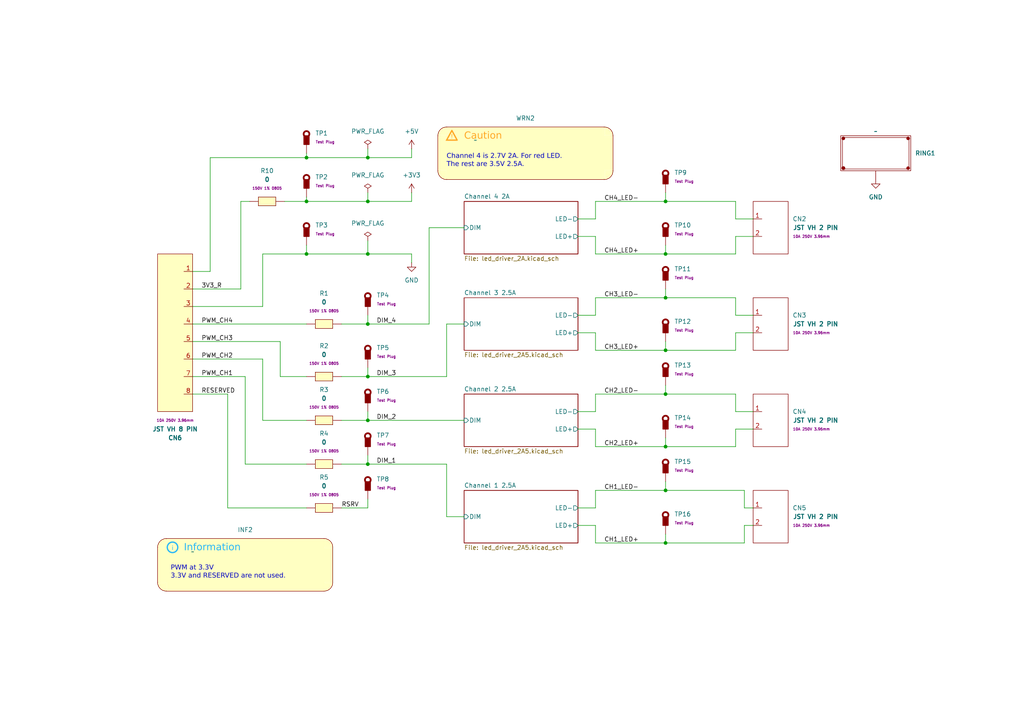
<source format=kicad_sch>
(kicad_sch (version 20231120) (generator "eeschema") (generator_version "8.0")
  (paper "A4")
  (title_block (title "AstraControl - Block Diagram") (date "2024-08-26") (rev "A") (company "LiveAstra Technologies"))
  (lib_symbols
    (symbol "LiveAstra:AstraControl_Ground_Ring" (pin_numbers hide) (pin_names hide)
      (property "Reference" "RING" (at 0 6.35 0))
      (symbol "AstraControl_Ground_Ring_0_1"
        (rectangle (start -10.16 5.08) (end 10.16 -5.08))
        (rectangle (start -9.652 4.572) (end 9.652 -4.572))
      )
      (symbol "AstraControl_Ground_Ring_1_1"
        (circle (center -9.398 -4.318) (radius 0.508) (stroke (width 0.0508)) (fill (type outline)))
        (circle (center -9.398 4.318) (radius 0.508) (stroke (width -0.0001)) (fill (type outline)))
        (circle (center 9.398 -4.318) (radius 0.508) (stroke (width -0.0001)) (fill (type outline)))
        (circle (center 9.398 4.318) (radius 0.508) (stroke (width -0.0001)) (fill (type outline)))
        (pin passive line (at 0 -7.62 90) (length 2.54) (name "2") (number "1"))
      )
    )
    (symbol "LiveAstra:Information_Box" (pin_numbers hide) (pin_names (offset 0) hide) (exclude_from_sim yes) (in_bom no) (on_board no)
      (property "Reference" "INF" (at 0 10.16 0))
      (symbol "Information_Box_1_1"
        (arc (start -25.3998 -5.0798) (mid -24.6559 -6.8759) (end -22.8598 -7.6198) (fill (type background)))
        (rectangle (start -25.4 5.08) (end 25.4 -5.08) (stroke (width -0.0001)) (fill (type background)))
        (arc (start -22.86 7.62) (mid -24.6561 6.8761) (end -25.4 5.08) (fill (type background)))
        (rectangle (start -22.86 7.62) (end 22.86 -7.62) (stroke (width -0.0001)) (fill (type background)))
        (circle (center -21.082 5.08) (radius 1.524) (stroke (width 0.381) (color 41 182 246 1)))
        (polyline (pts (xy -25.4 5.08) (xy -25.4 -5.08)))
        (polyline (pts (xy -22.86 -7.62) (xy 22.86 -7.62)))
        (polyline (pts (xy 22.86 7.62) (xy -22.86 7.62)))
        (polyline (pts (xy 25.4 -5.08) (xy 25.4 5.08)))
        (arc (start 22.86 -7.62) (mid 24.6561 -6.8761) (end 25.4 -5.08) (fill (type background)))
        (arc (start 25.4 5.08) (mid 24.6561 6.8761) (end 22.86 7.62) (fill (type background)))
        (text "i" (at -21.0726 4.8456 0) (effects (font (size 1.27 1.27))))
        (text "Information" (at -17.78 5.08 0) (effects (font (size 2.032 2.032)) (justify left)))
      )
    )
    (symbol "LiveAstra:JST_VH_2PIN_10A_250V" (pin_names hide)
      (property "Reference" "CN" (at 0 13.97 0))
      (property "Value" "JST VH 2 PIN" (at 0 11.43 0))
      (property "Extra Values" "10A 250V 3.96mm" (at 0 8.89 0))
      (symbol "JST_VH_2PIN_10A_250V_1_1"
        (rectangle (start -5.08 7.62) (end 5.08 -7.62))
        (pin passive line (at -5.08 2.54 0) (length 2.54) (name "1") (number "1"))
        (pin passive line (at -5.08 -2.54 0) (length 2.54) (name "2") (number "2"))
      )
    )
    (symbol "LiveAstra:JST_VH_8PIN_10A_250V" (pin_names hide)
      (property "Reference" "CN" (at 0 29.21 0))
      (property "Value" "JST VH 8 PIN" (at 0 26.67 0))
      (property "Extra Values" "10A 250V 3.96mm" (at 0 24.13 0))
      (symbol "JST_VH_8PIN_10A_250V_0_1"
        (rectangle (start -5.08 22.86) (end 5.08 -22.86) (fill (type background)))
      )
      (symbol "JST_VH_8PIN_10A_250V_1_1"
        (pin passive line (at -5.08 17.78 0) (length 2.54) (name "1") (number "1"))
        (pin passive line (at -5.08 12.7 0) (length 2.54) (name "2") (number "2"))
        (pin passive line (at -5.08 7.62 0) (length 2.54) (name "3") (number "3"))
        (pin passive line (at -5.08 2.54 0) (length 2.54) (name "4") (number "4"))
        (pin passive line (at -5.08 -2.54 0) (length 2.54) (name "5") (number "5"))
        (pin passive line (at -5.08 -7.62 0) (length 2.54) (name "6") (number "6"))
        (pin passive line (at -5.08 -12.7 0) (length 2.54) (name "7") (number "7"))
        (pin passive line (at -5.08 -17.78 0) (length 2.54) (name "8") (number "8"))
      )
    )
    (symbol "LiveAstra:R_0Ohm_0805_125mW" (pin_numbers hide) (pin_names hide)
      (property "Reference" "R" (at 0 7.62 0))
      (property "Value" "0" (at 0 5.08 0))
      (property "Extra Values" "150V 1% 0805" (at 0 2.54 0))
      (symbol "R_0Ohm_0805_125mW_0_1"
        (rectangle (start -2.54 1.27) (end 2.54 -1.27) (fill (type background)))
      )
      (symbol "R_0Ohm_0805_125mW_1_1"
        (pin passive line (at -5.08 0 0) (length 2.54) (name "1") (number "1"))
        (pin passive line (at 5.08 0 180) (length 2.54) (name "2") (number "2"))
      )
    )
    (symbol "LiveAstra:TestPoint_Thimble" (pin_numbers hide) (pin_names hide) (in_bom no)
      (property "Reference" "TP" (at 0 9.5043 0))
      (property "Extra Values" "Test Plug" (at 0 7.62 0))
      (symbol "TestPoint_Thimble_1_1"
        (rectangle (start -0.762 5.08) (end 0.762 2.54) (stroke (width 0.254)) (fill (type outline)))
        (arc (start 0.508 4.9323) (mid 0 6.4175) (end -0.508 4.9323) (stroke (width 0.508)))
        (pin passive line (at 0 0 90) (length 2.54) (name "1") (number "1"))
      )
    )
    (symbol "LiveAstra:Warning_Box" (pin_numbers hide) (pin_names (offset 0) hide) (exclude_from_sim yes) (in_bom no) (on_board no)
      (property "Reference" "WRN" (at 0 10.16 0))
      (symbol "Warning_Box_1_1"
        (arc (start -25.3998 -5.0798) (mid -24.6559 -6.8759) (end -22.8598 -7.6198) (fill (type background)))
        (rectangle (start -25.4 5.08) (end 25.4 -5.08) (stroke (width -0.0001)) (fill (type background)))
        (arc (start -22.86 7.62) (mid -24.6561 6.8761) (end -25.4 5.08) (fill (type background)))
        (rectangle (start -22.86 7.62) (end 22.86 -7.62) (stroke (width -0.0001)) (fill (type background)))
        (polyline (pts (xy -25.4 5.08) (xy -25.4 -5.08)))
        (polyline (pts (xy -22.86 -7.62) (xy 22.86 -7.62)))
        (polyline (pts (xy 22.86 7.62) (xy -22.86 7.62)))
        (polyline (pts (xy 25.4 -5.08) (xy 25.4 5.08)))
        (polyline (pts (xy -22.86 3.81) (xy -21.336 6.604) (xy -19.812 3.81) (xy -22.86 3.81)) (stroke (width 0.381) (color 255 167 38 1)))
        (arc (start 22.86 -7.62) (mid 24.6561 -6.8761) (end 25.4 -5.08) (fill (type background)))
        (arc (start 25.4 5.08) (mid 24.6561 6.8761) (end 22.86 7.62) (fill (type background)))
        (text "!" (at -21.336 4.826 0) (effects (font (size 1.27 1.27))))
        (text "Caution" (at -17.78 5.08 0) (effects (font (size 2.032 2.032)) (justify left)))
      )
    )
    (symbol "power:+3V3" (power) (pin_numbers hide) (pin_names (offset 0) hide)
      (property "Value" "+3V3" (at 0 3.556 0))
      (symbol "+3V3_0_1"
        (polyline (pts (xy -0.762 1.27) (xy 0 2.54)))
        (polyline (pts (xy 0 0) (xy 0 2.54)))
        (polyline (pts (xy 0 2.54) (xy 0.762 1.27)))
      )
      (symbol "+3V3_1_1"
        (pin power_in line (at 0 0 90) (length 0) (name "~") (number "1"))
      )
    )
    (symbol "power:+5V" (power) (pin_numbers hide) (pin_names (offset 0) hide)
      (property "Value" "+5V" (at 0 3.556 0))
      (symbol "+5V_0_1"
        (polyline (pts (xy -0.762 1.27) (xy 0 2.54)))
        (polyline (pts (xy 0 0) (xy 0 2.54)))
        (polyline (pts (xy 0 2.54) (xy 0.762 1.27)))
      )
      (symbol "+5V_1_1"
        (pin power_in line (at 0 0 90) (length 0) (name "~") (number "1"))
      )
    )
    (symbol "power:GND" (power) (pin_numbers hide) (pin_names (offset 0) hide)
      (property "Value" "GND" (at 0 -3.81 0))
      (symbol "GND_0_1"
        (polyline (pts (xy 0 0) (xy 0 -1.27) (xy 1.27 -1.27) (xy 0 -2.54) (xy -1.27 -1.27) (xy 0 -1.27)))
      )
      (symbol "GND_1_1"
        (pin power_in line (at 0 0 270) (length 0) (name "~") (number "1"))
      )
    )
    (symbol "power:PWR_FLAG" (power) (pin_numbers hide) (pin_names (offset 0) hide)
      (property "Value" "PWR_FLAG" (at 0 3.81 0))
      (symbol "PWR_FLAG_0_0"
        (pin power_out line (at 0 0 90) (length 0) (name "~") (number "1"))
      )
      (symbol "PWR_FLAG_0_1"
        (polyline (pts (xy 0 0) (xy 0 1.27) (xy -1.016 1.905) (xy 0 2.54) (xy 1.016 1.905) (xy 0 1.27)))
      )
    )
  )
  (junction (at 88.9 45.72))
  (junction (at 106.68 109.22))
  (junction (at 88.9 73.66))
  (junction (at 106.68 134.62))
  (junction (at 106.68 93.98))
  (junction (at 106.68 45.72))
  (junction (at 193.04 157.48))
  (junction (at 193.04 114.3))
  (junction (at 193.04 58.42))
  (junction (at 193.04 129.54))
  (junction (at 106.68 73.66))
  (junction (at 88.9 58.42))
  (junction (at 106.68 58.42))
  (junction (at 193.04 101.6))
  (junction (at 193.04 142.24))
  (junction (at 193.04 73.66))
  (junction (at 106.68 121.92))
  (junction (at 193.04 86.36))
  (wire (pts (xy 106.68 93.98) (xy 124.46 93.98)))
  (wire (pts (xy 66.04 114.3) (xy 66.04 147.32)))
  (wire (pts (xy 172.72 142.24) (xy 172.72 147.32)))
  (wire (pts (xy 124.46 66.04) (xy 124.46 93.98)))
  (wire (pts (xy 215.9 152.4) (xy 215.9 157.48)))
  (wire (pts (xy 193.04 157.48) (xy 215.9 157.48)))
  (wire (pts (xy 55.88 114.3) (xy 66.04 114.3)))
  (wire (pts (xy 172.72 114.3) (xy 172.72 119.38)))
  (wire (pts (xy 215.9 142.24) (xy 215.9 147.32)))
  (wire (pts (xy 76.2 104.14) (xy 76.2 121.92)))
  (wire (pts (xy 213.36 96.52) (xy 218.44 96.52)))
  (wire (pts (xy 124.46 66.04) (xy 134.62 66.04)))
  (wire (pts (xy 55.88 99.06) (xy 81.28 99.06)))
  (wire (pts (xy 193.04 111.76) (xy 193.04 114.3)))
  (wire (pts (xy 167.64 119.38) (xy 172.72 119.38)))
  (wire (pts (xy 88.9 44.45) (xy 88.9 45.72)))
  (wire (pts (xy 213.36 101.6) (xy 213.36 96.52)))
  (wire (pts (xy 213.36 86.36) (xy 213.36 91.44)))
  (wire (pts (xy 106.68 45.72) (xy 106.68 43.18)))
  (wire (pts (xy 172.72 124.46) (xy 172.72 129.54)))
  (wire (pts (xy 106.68 119.38) (xy 106.68 121.92)))
  (wire (pts (xy 82.55 58.42) (xy 88.9 58.42)))
  (wire (pts (xy 172.72 86.36) (xy 193.04 86.36)))
  (wire (pts (xy 119.38 45.72) (xy 119.38 43.18)))
  (wire (pts (xy 129.54 93.98) (xy 134.62 93.98)))
  (wire (pts (xy 215.9 147.32) (xy 218.44 147.32)))
  (wire (pts (xy 193.04 139.7) (xy 193.04 142.24)))
  (wire (pts (xy 55.88 93.98) (xy 88.9 93.98)))
  (wire (pts (xy 106.68 134.62) (xy 129.54 134.62)))
  (wire (pts (xy 106.68 55.88) (xy 106.68 58.42)))
  (wire (pts (xy 99.06 109.22) (xy 106.68 109.22)))
  (wire (pts (xy 60.96 45.72) (xy 60.96 78.74)))
  (wire (pts (xy 119.38 73.66) (xy 119.38 76.2)))
  (wire (pts (xy 167.64 124.46) (xy 172.72 124.46)))
  (wire (pts (xy 213.36 68.58) (xy 218.44 68.58)))
  (wire (pts (xy 55.88 88.9) (xy 76.2 88.9)))
  (wire (pts (xy 172.72 101.6) (xy 193.04 101.6)))
  (wire (pts (xy 55.88 104.14) (xy 76.2 104.14)))
  (wire (pts (xy 106.68 144.78) (xy 106.68 147.32)))
  (wire (pts (xy 106.68 73.66) (xy 119.38 73.66)))
  (wire (pts (xy 193.04 71.12) (xy 193.04 73.66)))
  (wire (pts (xy 172.72 68.58) (xy 172.72 73.66)))
  (wire (pts (xy 81.28 99.06) (xy 81.28 109.22)))
  (wire (pts (xy 106.68 45.72) (xy 119.38 45.72)))
  (wire (pts (xy 167.64 63.5) (xy 172.72 63.5)))
  (wire (pts (xy 119.38 58.42) (xy 119.38 55.88)))
  (wire (pts (xy 99.06 134.62) (xy 106.68 134.62)))
  (wire (pts (xy 129.54 134.62) (xy 129.54 149.86)))
  (wire (pts (xy 129.54 149.86) (xy 134.62 149.86)))
  (wire (pts (xy 106.68 106.68) (xy 106.68 109.22)))
  (wire (pts (xy 193.04 129.54) (xy 213.36 129.54)))
  (wire (pts (xy 167.64 147.32) (xy 172.72 147.32)))
  (wire (pts (xy 69.85 58.42) (xy 72.39 58.42)))
  (wire (pts (xy 55.88 78.74) (xy 60.96 78.74)))
  (wire (pts (xy 167.64 152.4) (xy 172.72 152.4)))
  (wire (pts (xy 213.36 114.3) (xy 213.36 119.38)))
  (wire (pts (xy 88.9 45.72) (xy 106.68 45.72)))
  (wire (pts (xy 167.64 91.44) (xy 172.72 91.44)))
  (wire (pts (xy 167.64 68.58) (xy 172.72 68.58)))
  (wire (pts (xy 88.9 58.42) (xy 106.68 58.42)))
  (wire (pts (xy 106.68 109.22) (xy 129.54 109.22)))
  (wire (pts (xy 172.72 96.52) (xy 172.72 101.6)))
  (wire (pts (xy 172.72 114.3) (xy 193.04 114.3)))
  (wire (pts (xy 69.85 58.42) (xy 69.85 83.82)))
  (wire (pts (xy 106.68 69.85) (xy 106.68 73.66)))
  (wire (pts (xy 193.04 58.42) (xy 213.36 58.42)))
  (wire (pts (xy 193.04 73.66) (xy 213.36 73.66)))
  (wire (pts (xy 172.72 129.54) (xy 193.04 129.54)))
  (wire (pts (xy 193.04 83.82) (xy 193.04 86.36)))
  (wire (pts (xy 172.72 142.24) (xy 193.04 142.24)))
  (wire (pts (xy 106.68 132.08) (xy 106.68 134.62)))
  (wire (pts (xy 66.04 147.32) (xy 88.9 147.32)))
  (wire (pts (xy 99.06 93.98) (xy 106.68 93.98)))
  (wire (pts (xy 213.36 124.46) (xy 213.36 129.54)))
  (wire (pts (xy 76.2 121.92) (xy 88.9 121.92)))
  (wire (pts (xy 172.72 58.42) (xy 172.72 63.5)))
  (wire (pts (xy 193.04 99.06) (xy 193.04 101.6)))
  (wire (pts (xy 88.9 73.66) (xy 106.68 73.66)))
  (wire (pts (xy 193.04 55.88) (xy 193.04 58.42)))
  (wire (pts (xy 99.06 147.32) (xy 106.68 147.32)))
  (wire (pts (xy 99.06 121.92) (xy 106.68 121.92)))
  (wire (pts (xy 172.72 86.36) (xy 172.72 91.44)))
  (wire (pts (xy 172.72 73.66) (xy 193.04 73.66)))
  (wire (pts (xy 193.04 154.94) (xy 193.04 157.48)))
  (wire (pts (xy 172.72 157.48) (xy 193.04 157.48)))
  (wire (pts (xy 215.9 152.4) (xy 218.44 152.4)))
  (wire (pts (xy 172.72 152.4) (xy 172.72 157.48)))
  (wire (pts (xy 55.88 109.22) (xy 71.12 109.22)))
  (wire (pts (xy 193.04 86.36) (xy 213.36 86.36)))
  (wire (pts (xy 213.36 58.42) (xy 213.36 63.5)))
  (wire (pts (xy 60.96 45.72) (xy 88.9 45.72)))
  (wire (pts (xy 213.36 119.38) (xy 218.44 119.38)))
  (wire (pts (xy 55.88 83.82) (xy 69.85 83.82)))
  (wire (pts (xy 81.28 109.22) (xy 88.9 109.22)))
  (wire (pts (xy 213.36 63.5) (xy 218.44 63.5)))
  (wire (pts (xy 106.68 121.92) (xy 134.62 121.92)))
  (wire (pts (xy 167.64 96.52) (xy 172.72 96.52)))
  (wire (pts (xy 172.72 58.42) (xy 193.04 58.42)))
  (wire (pts (xy 193.04 101.6) (xy 213.36 101.6)))
  (wire (pts (xy 88.9 57.15) (xy 88.9 58.42)))
  (wire (pts (xy 88.9 71.12) (xy 88.9 73.66)))
  (wire (pts (xy 193.04 142.24) (xy 215.9 142.24)))
  (wire (pts (xy 193.04 114.3) (xy 213.36 114.3)))
  (wire (pts (xy 76.2 73.66) (xy 88.9 73.66)))
  (wire (pts (xy 71.12 134.62) (xy 88.9 134.62)))
  (wire (pts (xy 213.36 68.58) (xy 213.36 73.66)))
  (wire (pts (xy 106.68 58.42) (xy 119.38 58.42)))
  (wire (pts (xy 193.04 127) (xy 193.04 129.54)))
  (wire (pts (xy 213.36 124.46) (xy 218.44 124.46)))
  (wire (pts (xy 76.2 73.66) (xy 76.2 88.9)))
  (wire (pts (xy 213.36 91.44) (xy 218.44 91.44)))
  (wire (pts (xy 129.54 93.98) (xy 129.54 109.22)))
  (wire (pts (xy 71.12 109.22) (xy 71.12 134.62)))
  (wire (pts (xy 106.68 91.44) (xy 106.68 93.98)))
  (text "Channel 4 is 2.7V 2A. For red LED.\nThe rest are 3.5V 2.5A." (at 129.54 46.99 0) (effects (font (size 1.397 1.397)) (justify left)))
  (text "PWM at 3.3V\n3.3V and RESERVED are not used." (at 49.53 166.37 0) (effects (font (size 1.397 1.397)) (justify left)))
  (label "CH3_LED+" (at 175.26 101.6 0))
  (label "3V3_R" (at 58.42 83.82 0))
  (label "RSRV" (at 99.06 147.32 0))
  (label "DIM_2" (at 109.22 121.92 0))
  (label "RESERVED" (at 58.42 114.3 0))
  (label "DIM_4" (at 109.22 93.98 0))
  (label "CH4_LED+" (at 175.26 73.66 0))
  (label "PWM_CH4" (at 58.42 93.98 0))
  (label "CH1_LED-" (at 175.26 142.24 0))
  (label "DIM_1" (at 109.22 134.62 0))
  (label "CH1_LED+" (at 175.26 157.48 0))
  (label "CH3_LED-" (at 175.26 86.36 0))
  (label "DIM_3" (at 109.22 109.22 0))
  (label "PWM_CH2" (at 58.42 104.14 0))
  (label "CH4_LED-" (at 175.26 58.42 0))
  (label "PWM_CH1" (at 58.42 109.22 0))
  (label "CH2_LED-" (at 175.26 114.3 0))
  (label "PWM_CH3" (at 58.42 99.06 0))
  (label "CH2_LED+" (at 175.26 129.54 0))
  (symbol (lib_id "LiveAstra:TestPoint_Thimble") (at 193.04 99.06 0) (unit 1) (in_bom no)
    (property "Reference" "TP12" (at 195.58 93.2476 0) (effects (justify left)))
    (property "Value" "TestPoint_Thimble" (effects (hide yes)))
    (property "Footprint" "LiveAstra:TestPoint_Loop_D3.50mm_Drill0.9mm_Beaded" (effects (hide yes)))
    (property "Datasheet" "https://www.lcsc.com/product-detail/Thimble-Copper-Rod-Test-Ring_ronghe-RH-5000_C5277086.html" (effects (hide yes)))
    (property "Description" "Test Points / Test Rings ROHS" (effects (hide yes)))
    (property "LCSC Part" "C5277086" (effects (hide yes)))
    (property "Extra Values" "Test Plug" (at 195.58 95.7876 0) (effects (font (size 0.762 0.762) (bold yes)) (justify left)))
    (property "MFN" "ronghe" (effects (hide yes)))
    (property "MPN" "RH-5000" (effects (hide yes)))
  )
  (symbol (lib_id "LiveAstra:TestPoint_Thimble") (at 193.04 127 0) (unit 1) (in_bom no)
    (property "Reference" "TP14" (at 195.58 121.1876 0) (effects (justify left)))
    (property "Value" "TestPoint_Thimble" (effects (hide yes)))
    (property "Footprint" "LiveAstra:TestPoint_Loop_D3.50mm_Drill0.9mm_Beaded" (effects (hide yes)))
    (property "Datasheet" "https://www.lcsc.com/product-detail/Thimble-Copper-Rod-Test-Ring_ronghe-RH-5000_C5277086.html" (effects (hide yes)))
    (property "Description" "Test Points / Test Rings ROHS" (effects (hide yes)))
    (property "LCSC Part" "C5277086" (effects (hide yes)))
    (property "Extra Values" "Test Plug" (at 195.58 123.7276 0) (effects (font (size 0.762 0.762) (bold yes)) (justify left)))
    (property "MFN" "ronghe" (effects (hide yes)))
    (property "MPN" "RH-5000" (effects (hide yes)))
  )
  (symbol (lib_id "LiveAstra:Warning_Box") (at 152.4 44.45 0) (unit 1) (exclude_from_sim yes) (in_bom no) (on_board no)
    (property "Reference" "WRN2" (at 152.4 34.29 0))
    (property "Value" "~" (at 137.922 40.64 0))
  )
  (symbol (lib_id "LiveAstra:JST_VH_2PIN_10A_250V") (at 223.52 149.86 0) (unit 1)
    (property "Reference" "CN5" (at 229.87 147.3199 0) (effects (justify left)))
    (property "Value" "JST VH 2 PIN" (at 229.87 149.86 0) (effects (font (bold yes)) (justify left)))
    (property "Footprint" "LiveAstra:JST_VH_B2P-VH-B_1x02_P3.96mm_Vertical" (effects (hide yes)))
    (property "Datasheet" "https://www.lcsc.com/product-detail/Wire-To-Board-Connector_JST-B2P-VH-R-LF-SN_C265357.html" (effects (hide yes)))
    (property "Description" "1x2P 2P VH Tin 2 -25℃~+85℃ 10A 1 3.96mm Brass Direct Insert Plugin,P=3.96mm Wire To Board Connector ROHS" (effects (hide yes)))
    (property "LCSC Part" "C265357" (effects (hide yes)))
    (property "Extra Values" "10A 250V 3.96mm" (at 229.87 152.3999 0) (effects (font (size 0.762 0.762) (bold yes)) (justify left)))
    (property "MPN" "B2P-VH-R(LF)(SN)" (effects (hide yes)))
    (property "MFN" "JST" (effects (hide yes)))
  )
  (symbol (lib_id "power:GND") (at 254 52.07 0) (unit 1)
    (property "Reference" "#PWR040" (effects (hide yes)))
    (property "Value" "GND" (at 254 57.15 0))
    (property "Description" "Power symbol creates a global label with name \"GND\" , ground" (effects (hide yes)))
  )
  (symbol (lib_id "LiveAstra:JST_VH_2PIN_10A_250V") (at 223.52 66.04 0) (unit 1)
    (property "Reference" "CN2" (at 229.87 63.4999 0) (effects (justify left)))
    (property "Value" "JST VH 2 PIN" (at 229.87 66.04 0) (effects (font (bold yes)) (justify left)))
    (property "Footprint" "LiveAstra:JST_VH_B2P-VH-B_1x02_P3.96mm_Vertical" (effects (hide yes)))
    (property "Datasheet" "https://www.lcsc.com/product-detail/Wire-To-Board-Connector_JST-B2P-VH-R-LF-SN_C265357.html" (effects (hide yes)))
    (property "Description" "1x2P 2P VH Tin 2 -25℃~+85℃ 10A 1 3.96mm Brass Direct Insert Plugin,P=3.96mm Wire To Board Connector ROHS" (effects (hide yes)))
    (property "LCSC Part" "C265357" (effects (hide yes)))
    (property "Extra Values" "10A 250V 3.96mm" (at 229.87 68.5799 0) (effects (font (size 0.762 0.762) (bold yes)) (justify left)))
    (property "MPN" "B2P-VH-R(LF)(SN)" (effects (hide yes)))
    (property "MFN" "JST" (effects (hide yes)))
  )
  (symbol (lib_id "LiveAstra:TestPoint_Thimble") (at 88.9 71.12 0) (unit 1) (in_bom no)
    (property "Reference" "TP3" (at 91.44 65.3076 0) (effects (justify left)))
    (property "Value" "TestPoint_Thimble" (effects (hide yes)))
    (property "Footprint" "LiveAstra:TestPoint_Loop_D3.50mm_Drill0.9mm_Beaded" (effects (hide yes)))
    (property "Datasheet" "https://www.lcsc.com/product-detail/Thimble-Copper-Rod-Test-Ring_ronghe-RH-5000_C5277086.html" (effects (hide yes)))
    (property "Description" "Test Points / Test Rings ROHS" (effects (hide yes)))
    (property "LCSC Part" "C5277086" (effects (hide yes)))
    (property "Extra Values" "Test Plug" (at 91.44 67.8476 0) (effects (font (size 0.762 0.762) (bold yes)) (justify left)))
    (property "MFN" "ronghe" (effects (hide yes)))
    (property "MPN" "RH-5000" (effects (hide yes)))
  )
  (symbol (lib_id "LiveAstra:TestPoint_Thimble") (at 106.68 91.44 0) (unit 1) (in_bom no)
    (property "Reference" "TP4" (at 109.22 85.6276 0) (effects (justify left)))
    (property "Value" "TestPoint_Thimble" (effects (hide yes)))
    (property "Footprint" "LiveAstra:TestPoint_Loop_D3.50mm_Drill0.9mm_Beaded" (effects (hide yes)))
    (property "Datasheet" "https://www.lcsc.com/product-detail/Thimble-Copper-Rod-Test-Ring_ronghe-RH-5000_C5277086.html" (effects (hide yes)))
    (property "Description" "Test Points / Test Rings ROHS" (effects (hide yes)))
    (property "LCSC Part" "C5277086" (effects (hide yes)))
    (property "Extra Values" "Test Plug" (at 109.22 88.1676 0) (effects (font (size 0.762 0.762) (bold yes)) (justify left)))
    (property "MFN" "ronghe" (effects (hide yes)))
    (property "MPN" "RH-5000" (effects (hide yes)))
  )
  (symbol (lib_id "power:+5V") (at 119.38 43.18 0) (unit 1)
    (property "Reference" "#PWR01" (effects (hide yes)))
    (property "Value" "+5V" (at 119.38 38.1 0))
    (property "Description" "Power symbol creates a global label with name \"+5V\"" (effects (hide yes)))
  )
  (symbol (lib_id "power:+3V3") (at 119.38 55.88 0) (unit 1)
    (property "Reference" "#PWR02" (effects (hide yes)))
    (property "Value" "+3V3" (at 119.38 50.8 0))
    (property "Description" "Power symbol creates a global label with name \"+3V3\"" (effects (hide yes)))
  )
  (symbol (lib_id "LiveAstra:TestPoint_Thimble") (at 193.04 154.94 0) (unit 1) (in_bom no)
    (property "Reference" "TP16" (at 195.58 149.1276 0) (effects (justify left)))
    (property "Value" "TestPoint_Thimble" (effects (hide yes)))
    (property "Footprint" "LiveAstra:TestPoint_Loop_D3.50mm_Drill0.9mm_Beaded" (effects (hide yes)))
    (property "Datasheet" "https://www.lcsc.com/product-detail/Thimble-Copper-Rod-Test-Ring_ronghe-RH-5000_C5277086.html" (effects (hide yes)))
    (property "Description" "Test Points / Test Rings ROHS" (effects (hide yes)))
    (property "LCSC Part" "C5277086" (effects (hide yes)))
    (property "Extra Values" "Test Plug" (at 195.58 151.6676 0) (effects (font (size 0.762 0.762) (bold yes)) (justify left)))
    (property "MFN" "ronghe" (effects (hide yes)))
    (property "MPN" "RH-5000" (effects (hide yes)))
  )
  (symbol (lib_id "power:PWR_FLAG") (at 106.68 43.18 0) (unit 1)
    (property "Reference" "#FLG01" (effects (hide yes)))
    (property "Value" "PWR_FLAG" (at 106.68 38.1 0))
    (property "Description" "Special symbol for telling ERC where power comes from" (effects (hide yes)))
  )
  (symbol (lib_id "LiveAstra:R_0Ohm_0805_125mW") (at 77.47 58.42 0) (unit 1)
    (property "Reference" "R10" (at 77.47 49.53 0))
    (property "Value" "0" (at 77.47 52.07 0) (effects (font (bold yes))))
    (property "Footprint" "LiveAstra:R_0805_2012Metric_Pad1.20x1.40mm_HandSolder" (effects (hide yes)))
    (property "Datasheet" "https://lcsc.com/product-detail/Chip-Resistor-Surface-Mount-UniOhm_0R-0R0-1_C17477.html" (effects (hide yes)))
    (property "Description" "125mW Thick Film Resistors 150V ±800ppm/℃ ±1% 0Ω 0805 Chip Resistor - Surface Mount ROHS" (effects (hide yes)))
    (property "LCSC Part" "C17477" (effects (hide yes)))
    (property "Extra Values" "150V 1% 0805" (at 77.47 54.61 0) (effects (font (size 0.762 0.762) (bold yes))))
    (property "MFN" "UNI-ROYAL(Uniroyal Elec)" (effects (hide yes)))
    (property "MPN" "0805W8F0000T5E" (effects (hide yes)))
  )
  (symbol (lib_id "LiveAstra:TestPoint_Thimble") (at 106.68 132.08 0) (unit 1) (in_bom no)
    (property "Reference" "TP7" (at 109.22 126.2676 0) (effects (justify left)))
    (property "Value" "TestPoint_Thimble" (effects (hide yes)))
    (property "Footprint" "LiveAstra:TestPoint_Loop_D3.50mm_Drill0.9mm_Beaded" (effects (hide yes)))
    (property "Datasheet" "https://www.lcsc.com/product-detail/Thimble-Copper-Rod-Test-Ring_ronghe-RH-5000_C5277086.html" (effects (hide yes)))
    (property "Description" "Test Points / Test Rings ROHS" (effects (hide yes)))
    (property "LCSC Part" "C5277086" (effects (hide yes)))
    (property "Extra Values" "Test Plug" (at 109.22 128.8076 0) (effects (font (size 0.762 0.762) (bold yes)) (justify left)))
    (property "MFN" "ronghe" (effects (hide yes)))
    (property "MPN" "RH-5000" (effects (hide yes)))
  )
  (symbol (lib_id "power:GND") (at 119.38 76.2 0) (unit 1)
    (property "Reference" "#PWR03" (effects (hide yes)))
    (property "Value" "GND" (at 119.38 81.28 0))
    (property "Description" "Power symbol creates a global label with name \"GND\" , ground" (effects (hide yes)))
  )
  (symbol (lib_id "LiveAstra:Information_Box") (at 71.12 163.83 0) (unit 1) (exclude_from_sim yes) (in_bom no) (on_board no)
    (property "Reference" "INF2" (at 71.12 153.67 0))
    (property "Value" "~" (at 55.88 160.02 0))
  )
  (symbol (lib_id "LiveAstra:TestPoint_Thimble") (at 193.04 55.88 0) (unit 1) (in_bom no)
    (property "Reference" "TP9" (at 195.58 50.0676 0) (effects (justify left)))
    (property "Value" "TestPoint_Thimble" (effects (hide yes)))
    (property "Footprint" "LiveAstra:TestPoint_Loop_D3.50mm_Drill0.9mm_Beaded" (effects (hide yes)))
    (property "Datasheet" "https://www.lcsc.com/product-detail/Thimble-Copper-Rod-Test-Ring_ronghe-RH-5000_C5277086.html" (effects (hide yes)))
    (property "Description" "Test Points / Test Rings ROHS" (effects (hide yes)))
    (property "LCSC Part" "C5277086" (effects (hide yes)))
    (property "Extra Values" "Test Plug" (at 195.58 52.6076 0) (effects (font (size 0.762 0.762) (bold yes)) (justify left)))
    (property "MFN" "ronghe" (effects (hide yes)))
    (property "MPN" "RH-5000" (effects (hide yes)))
  )
  (symbol (lib_id "LiveAstra:R_0Ohm_0805_125mW") (at 93.98 93.98 0) (unit 1)
    (property "Reference" "R1" (at 93.98 85.09 0))
    (property "Value" "0" (at 93.98 87.63 0) (effects (font (bold yes))))
    (property "Footprint" "LiveAstra:R_0805_2012Metric_Pad1.20x1.40mm_HandSolder" (effects (hide yes)))
    (property "Datasheet" "https://lcsc.com/product-detail/Chip-Resistor-Surface-Mount-UniOhm_0R-0R0-1_C17477.html" (effects (hide yes)))
    (property "Description" "125mW Thick Film Resistors 150V ±800ppm/℃ ±1% 0Ω 0805 Chip Resistor - Surface Mount ROHS" (effects (hide yes)))
    (property "LCSC Part" "C17477" (effects (hide yes)))
    (property "Extra Values" "150V 1% 0805" (at 93.98 90.17 0) (effects (font (size 0.762 0.762) (bold yes))))
    (property "MFN" "UNI-ROYAL(Uniroyal Elec)" (effects (hide yes)))
    (property "MPN" "0805W8F0000T5E" (effects (hide yes)))
  )
  (symbol (lib_id "LiveAstra:AstraControl_Ground_Ring") (at 254 44.45 0) (unit 1)
    (property "Reference" "RING1" (at 265.43 44.4499 0) (effects (justify left)))
    (property "Value" "~" (at 254 38.1 0))
    (property "Footprint" "LiveAstra:AstraControl_Ground_Ring" (effects (hide yes)))
  )
  (symbol (lib_id "power:PWR_FLAG") (at 106.68 69.85 0) (unit 1)
    (property "Reference" "#FLG03" (effects (hide yes)))
    (property "Value" "PWR_FLAG" (at 106.68 64.77 0))
    (property "Description" "Special symbol for telling ERC where power comes from" (effects (hide yes)))
  )
  (symbol (lib_id "power:PWR_FLAG") (at 106.68 55.88 0) (unit 1)
    (property "Reference" "#FLG02" (effects (hide yes)))
    (property "Value" "PWR_FLAG" (at 106.68 50.8 0))
    (property "Description" "Special symbol for telling ERC where power comes from" (effects (hide yes)))
  )
  (symbol (lib_id "LiveAstra:TestPoint_Thimble") (at 193.04 71.12 0) (unit 1) (in_bom no)
    (property "Reference" "TP10" (at 195.58 65.3076 0) (effects (justify left)))
    (property "Value" "TestPoint_Thimble" (effects (hide yes)))
    (property "Footprint" "LiveAstra:TestPoint_Loop_D3.50mm_Drill0.9mm_Beaded" (effects (hide yes)))
    (property "Datasheet" "https://www.lcsc.com/product-detail/Thimble-Copper-Rod-Test-Ring_ronghe-RH-5000_C5277086.html" (effects (hide yes)))
    (property "Description" "Test Points / Test Rings ROHS" (effects (hide yes)))
    (property "LCSC Part" "C5277086" (effects (hide yes)))
    (property "Extra Values" "Test Plug" (at 195.58 67.8476 0) (effects (font (size 0.762 0.762) (bold yes)) (justify left)))
    (property "MFN" "ronghe" (effects (hide yes)))
    (property "MPN" "RH-5000" (effects (hide yes)))
  )
  (symbol (lib_id "LiveAstra:JST_VH_2PIN_10A_250V") (at 223.52 93.98 0) (unit 1)
    (property "Reference" "CN3" (at 229.87 91.4399 0) (effects (justify left)))
    (property "Value" "JST VH 2 PIN" (at 229.87 93.98 0) (effects (font (bold yes)) (justify left)))
    (property "Footprint" "LiveAstra:JST_VH_B2P-VH-B_1x02_P3.96mm_Vertical" (effects (hide yes)))
    (property "Datasheet" "https://www.lcsc.com/product-detail/Wire-To-Board-Connector_JST-B2P-VH-R-LF-SN_C265357.html" (effects (hide yes)))
    (property "Description" "1x2P 2P VH Tin 2 -25℃~+85℃ 10A 1 3.96mm Brass Direct Insert Plugin,P=3.96mm Wire To Board Connector ROHS" (effects (hide yes)))
    (property "LCSC Part" "C265357" (effects (hide yes)))
    (property "Extra Values" "10A 250V 3.96mm" (at 229.87 96.5199 0) (effects (font (size 0.762 0.762) (bold yes)) (justify left)))
    (property "MPN" "B2P-VH-R(LF)(SN)" (effects (hide yes)))
    (property "MFN" "JST" (effects (hide yes)))
  )
  (symbol (lib_id "LiveAstra:R_0Ohm_0805_125mW") (at 93.98 134.62 0) (unit 1)
    (property "Reference" "R4" (at 93.98 125.73 0))
    (property "Value" "0" (at 93.98 128.27 0) (effects (font (bold yes))))
    (property "Footprint" "LiveAstra:R_0805_2012Metric_Pad1.20x1.40mm_HandSolder" (effects (hide yes)))
    (property "Datasheet" "https://lcsc.com/product-detail/Chip-Resistor-Surface-Mount-UniOhm_0R-0R0-1_C17477.html" (effects (hide yes)))
    (property "Description" "125mW Thick Film Resistors 150V ±800ppm/℃ ±1% 0Ω 0805 Chip Resistor - Surface Mount ROHS" (effects (hide yes)))
    (property "LCSC Part" "C17477" (effects (hide yes)))
    (property "Extra Values" "150V 1% 0805" (at 93.98 130.81 0) (effects (font (size 0.762 0.762) (bold yes))))
    (property "MFN" "UNI-ROYAL(Uniroyal Elec)" (effects (hide yes)))
    (property "MPN" "0805W8F0000T5E" (effects (hide yes)))
  )
  (symbol (lib_id "LiveAstra:TestPoint_Thimble") (at 88.9 57.15 0) (unit 1) (in_bom no)
    (property "Reference" "TP2" (at 91.44 51.3376 0) (effects (justify left)))
    (property "Value" "TestPoint_Thimble" (effects (hide yes)))
    (property "Footprint" "LiveAstra:TestPoint_Loop_D3.50mm_Drill0.9mm_Beaded" (effects (hide yes)))
    (property "Datasheet" "https://www.lcsc.com/product-detail/Thimble-Copper-Rod-Test-Ring_ronghe-RH-5000_C5277086.html" (effects (hide yes)))
    (property "Description" "Test Points / Test Rings ROHS" (effects (hide yes)))
    (property "LCSC Part" "C5277086" (effects (hide yes)))
    (property "Extra Values" "Test Plug" (at 91.44 53.8776 0) (effects (font (size 0.762 0.762) (bold yes)) (justify left)))
    (property "MFN" "ronghe" (effects (hide yes)))
    (property "MPN" "RH-5000" (effects (hide yes)))
  )
  (symbol (lib_id "LiveAstra:R_0Ohm_0805_125mW") (at 93.98 109.22 0) (unit 1)
    (property "Reference" "R2" (at 93.98 100.33 0))
    (property "Value" "0" (at 93.98 102.87 0) (effects (font (bold yes))))
    (property "Footprint" "LiveAstra:R_0805_2012Metric_Pad1.20x1.40mm_HandSolder" (effects (hide yes)))
    (property "Datasheet" "https://lcsc.com/product-detail/Chip-Resistor-Surface-Mount-UniOhm_0R-0R0-1_C17477.html" (effects (hide yes)))
    (property "Description" "125mW Thick Film Resistors 150V ±800ppm/℃ ±1% 0Ω 0805 Chip Resistor - Surface Mount ROHS" (effects (hide yes)))
    (property "LCSC Part" "C17477" (effects (hide yes)))
    (property "Extra Values" "150V 1% 0805" (at 93.98 105.41 0) (effects (font (size 0.762 0.762) (bold yes))))
    (property "MFN" "UNI-ROYAL(Uniroyal Elec)" (effects (hide yes)))
    (property "MPN" "0805W8F0000T5E" (effects (hide yes)))
  )
  (symbol (lib_id "LiveAstra:R_0Ohm_0805_125mW") (at 93.98 121.92 0) (unit 1)
    (property "Reference" "R3" (at 93.98 113.03 0))
    (property "Value" "0" (at 93.98 115.57 0) (effects (font (bold yes))))
    (property "Footprint" "LiveAstra:R_0805_2012Metric_Pad1.20x1.40mm_HandSolder" (effects (hide yes)))
    (property "Datasheet" "https://lcsc.com/product-detail/Chip-Resistor-Surface-Mount-UniOhm_0R-0R0-1_C17477.html" (effects (hide yes)))
    (property "Description" "125mW Thick Film Resistors 150V ±800ppm/℃ ±1% 0Ω 0805 Chip Resistor - Surface Mount ROHS" (effects (hide yes)))
    (property "LCSC Part" "C17477" (effects (hide yes)))
    (property "Extra Values" "150V 1% 0805" (at 93.98 118.11 0) (effects (font (size 0.762 0.762) (bold yes))))
    (property "MFN" "UNI-ROYAL(Uniroyal Elec)" (effects (hide yes)))
    (property "MPN" "0805W8F0000T5E" (effects (hide yes)))
  )
  (symbol (lib_id "LiveAstra:TestPoint_Thimble") (at 106.68 119.38 0) (unit 1) (in_bom no)
    (property "Reference" "TP6" (at 109.22 113.5676 0) (effects (justify left)))
    (property "Value" "TestPoint_Thimble" (effects (hide yes)))
    (property "Footprint" "LiveAstra:TestPoint_Loop_D3.50mm_Drill0.9mm_Beaded" (effects (hide yes)))
    (property "Datasheet" "https://www.lcsc.com/product-detail/Thimble-Copper-Rod-Test-Ring_ronghe-RH-5000_C5277086.html" (effects (hide yes)))
    (property "Description" "Test Points / Test Rings ROHS" (effects (hide yes)))
    (property "LCSC Part" "C5277086" (effects (hide yes)))
    (property "Extra Values" "Test Plug" (at 109.22 116.1076 0) (effects (font (size 0.762 0.762) (bold yes)) (justify left)))
    (property "MFN" "ronghe" (effects (hide yes)))
    (property "MPN" "RH-5000" (effects (hide yes)))
  )
  (symbol (lib_id "LiveAstra:TestPoint_Thimble") (at 88.9 44.45 0) (unit 1) (in_bom no)
    (property "Reference" "TP1" (at 91.44 38.6376 0) (effects (justify left)))
    (property "Value" "TestPoint_Thimble" (effects (hide yes)))
    (property "Footprint" "LiveAstra:TestPoint_Loop_D3.50mm_Drill0.9mm_Beaded" (effects (hide yes)))
    (property "Datasheet" "https://www.lcsc.com/product-detail/Thimble-Copper-Rod-Test-Ring_ronghe-RH-5000_C5277086.html" (effects (hide yes)))
    (property "Description" "Test Points / Test Rings ROHS" (effects (hide yes)))
    (property "LCSC Part" "C5277086" (effects (hide yes)))
    (property "Extra Values" "Test Plug" (at 91.44 41.1776 0) (effects (font (size 0.762 0.762) (bold yes)) (justify left)))
    (property "MFN" "ronghe" (effects (hide yes)))
    (property "MPN" "RH-5000" (effects (hide yes)))
  )
  (symbol (lib_id "LiveAstra:JST_VH_2PIN_10A_250V") (at 223.52 121.92 0) (unit 1)
    (property "Reference" "CN4" (at 229.87 119.3799 0) (effects (justify left)))
    (property "Value" "JST VH 2 PIN" (at 229.87 121.92 0) (effects (font (bold yes)) (justify left)))
    (property "Footprint" "LiveAstra:JST_VH_B2P-VH-B_1x02_P3.96mm_Vertical" (effects (hide yes)))
    (property "Datasheet" "https://www.lcsc.com/product-detail/Wire-To-Board-Connector_JST-B2P-VH-R-LF-SN_C265357.html" (effects (hide yes)))
    (property "Description" "1x2P 2P VH Tin 2 -25℃~+85℃ 10A 1 3.96mm Brass Direct Insert Plugin,P=3.96mm Wire To Board Connector ROHS" (effects (hide yes)))
    (property "LCSC Part" "C265357" (effects (hide yes)))
    (property "Extra Values" "10A 250V 3.96mm" (at 229.87 124.4599 0) (effects (font (size 0.762 0.762) (bold yes)) (justify left)))
    (property "MPN" "B2P-VH-R(LF)(SN)" (effects (hide yes)))
    (property "MFN" "JST" (effects (hide yes)))
  )
  (symbol (lib_id "LiveAstra:TestPoint_Thimble") (at 106.68 106.68 0) (unit 1) (in_bom no)
    (property "Reference" "TP5" (at 109.22 100.8676 0) (effects (justify left)))
    (property "Value" "TestPoint_Thimble" (effects (hide yes)))
    (property "Footprint" "LiveAstra:TestPoint_Loop_D3.50mm_Drill0.9mm_Beaded" (effects (hide yes)))
    (property "Datasheet" "https://www.lcsc.com/product-detail/Thimble-Copper-Rod-Test-Ring_ronghe-RH-5000_C5277086.html" (effects (hide yes)))
    (property "Description" "Test Points / Test Rings ROHS" (effects (hide yes)))
    (property "LCSC Part" "C5277086" (effects (hide yes)))
    (property "Extra Values" "Test Plug" (at 109.22 103.4076 0) (effects (font (size 0.762 0.762) (bold yes)) (justify left)))
    (property "MFN" "ronghe" (effects (hide yes)))
    (property "MPN" "RH-5000" (effects (hide yes)))
  )
  (symbol (lib_id "LiveAstra:TestPoint_Thimble") (at 106.68 144.78 0) (unit 1) (in_bom no)
    (property "Reference" "TP8" (at 109.22 138.9676 0) (effects (justify left)))
    (property "Value" "TestPoint_Thimble" (effects (hide yes)))
    (property "Footprint" "LiveAstra:TestPoint_Loop_D3.50mm_Drill0.9mm_Beaded" (effects (hide yes)))
    (property "Datasheet" "https://www.lcsc.com/product-detail/Thimble-Copper-Rod-Test-Ring_ronghe-RH-5000_C5277086.html" (effects (hide yes)))
    (property "Description" "Test Points / Test Rings ROHS" (effects (hide yes)))
    (property "LCSC Part" "C5277086" (effects (hide yes)))
    (property "Extra Values" "Test Plug" (at 109.22 141.5076 0) (effects (font (size 0.762 0.762) (bold yes)) (justify left)))
    (property "MFN" "ronghe" (effects (hide yes)))
    (property "MPN" "RH-5000" (effects (hide yes)))
  )
  (symbol (lib_id "LiveAstra:JST_VH_8PIN_10A_250V") (at 50.8 96.52 0) (mirror y) (unit 1)
    (property "Reference" "CN6" (at 50.8 127 0) (effects (font (bold yes))))
    (property "Value" "JST VH 8 PIN" (at 50.8 124.46 0) (effects (font (bold yes))))
    (property "Footprint" "LiveAstra:JST_VH_B8P-VH-B_1x08_P3.96mm_Vertical" (effects (hide yes)))
    (property "Datasheet" "https://lcsc.com/product-detail/_JST-Sales-America_B8P-VH-B-LF-SN_JST-Sales-America-B8P-VH-B-LF-SN_C265117.html" (effects (hide yes)))
    (property "Description" "1x8P 8P VH Tin 8 -25℃~+85℃ 10A 1 3.96mm Brass Direct Insert Plugin,P=3.96mm Wire To Board Connector ROHS" (effects (hide yes)))
    (property "LCSC Part" "C265117" (effects (hide yes)))
    (property "Extra Values" "10A 250V 3.96mm" (at 50.8 121.92 0) (effects (font (size 0.762 0.762) (bold yes))))
    (property "MPN" "B8P-VH-B(LF)(SN)" (effects (hide yes)))
    (property "MFN" "JST" (effects (hide yes)))
  )
  (symbol (lib_id "LiveAstra:TestPoint_Thimble") (at 193.04 111.76 0) (unit 1) (in_bom no)
    (property "Reference" "TP13" (at 195.58 105.9476 0) (effects (justify left)))
    (property "Value" "TestPoint_Thimble" (effects (hide yes)))
    (property "Footprint" "LiveAstra:TestPoint_Loop_D3.50mm_Drill0.9mm_Beaded" (effects (hide yes)))
    (property "Datasheet" "https://www.lcsc.com/product-detail/Thimble-Copper-Rod-Test-Ring_ronghe-RH-5000_C5277086.html" (effects (hide yes)))
    (property "Description" "Test Points / Test Rings ROHS" (effects (hide yes)))
    (property "LCSC Part" "C5277086" (effects (hide yes)))
    (property "Extra Values" "Test Plug" (at 195.58 108.4876 0) (effects (font (size 0.762 0.762) (bold yes)) (justify left)))
    (property "MFN" "ronghe" (effects (hide yes)))
    (property "MPN" "RH-5000" (effects (hide yes)))
  )
  (symbol (lib_id "LiveAstra:TestPoint_Thimble") (at 193.04 139.7 0) (unit 1) (in_bom no)
    (property "Reference" "TP15" (at 195.58 133.8876 0) (effects (justify left)))
    (property "Value" "TestPoint_Thimble" (effects (hide yes)))
    (property "Footprint" "LiveAstra:TestPoint_Loop_D3.50mm_Drill0.9mm_Beaded" (effects (hide yes)))
    (property "Datasheet" "https://www.lcsc.com/product-detail/Thimble-Copper-Rod-Test-Ring_ronghe-RH-5000_C5277086.html" (effects (hide yes)))
    (property "Description" "Test Points / Test Rings ROHS" (effects (hide yes)))
    (property "LCSC Part" "C5277086" (effects (hide yes)))
    (property "Extra Values" "Test Plug" (at 195.58 136.4276 0) (effects (font (size 0.762 0.762) (bold yes)) (justify left)))
    (property "MFN" "ronghe" (effects (hide yes)))
    (property "MPN" "RH-5000" (effects (hide yes)))
  )
  (symbol (lib_id "LiveAstra:R_0Ohm_0805_125mW") (at 93.98 147.32 0) (unit 1)
    (property "Reference" "R5" (at 93.98 138.43 0))
    (property "Value" "0" (at 93.98 140.97 0) (effects (font (bold yes))))
    (property "Footprint" "LiveAstra:R_0805_2012Metric_Pad1.20x1.40mm_HandSolder" (effects (hide yes)))
    (property "Datasheet" "https://lcsc.com/product-detail/Chip-Resistor-Surface-Mount-UniOhm_0R-0R0-1_C17477.html" (effects (hide yes)))
    (property "Description" "125mW Thick Film Resistors 150V ±800ppm/℃ ±1% 0Ω 0805 Chip Resistor - Surface Mount ROHS" (effects (hide yes)))
    (property "LCSC Part" "C17477" (effects (hide yes)))
    (property "Extra Values" "150V 1% 0805" (at 93.98 143.51 0) (effects (font (size 0.762 0.762) (bold yes))))
    (property "MFN" "UNI-ROYAL(Uniroyal Elec)" (effects (hide yes)))
    (property "MPN" "0805W8F0000T5E" (effects (hide yes)))
  )
  (symbol (lib_id "LiveAstra:TestPoint_Thimble") (at 193.04 83.82 0) (unit 1) (in_bom no)
    (property "Reference" "TP11" (at 195.58 78.0076 0) (effects (justify left)))
    (property "Value" "TestPoint_Thimble" (effects (hide yes)))
    (property "Footprint" "LiveAstra:TestPoint_Loop_D3.50mm_Drill0.9mm_Beaded" (effects (hide yes)))
    (property "Datasheet" "https://www.lcsc.com/product-detail/Thimble-Copper-Rod-Test-Ring_ronghe-RH-5000_C5277086.html" (effects (hide yes)))
    (property "Description" "Test Points / Test Rings ROHS" (effects (hide yes)))
    (property "LCSC Part" "C5277086" (effects (hide yes)))
    (property "Extra Values" "Test Plug" (at 195.58 80.5476 0) (effects (font (size 0.762 0.762) (bold yes)) (justify left)))
    (property "MFN" "ronghe" (effects (hide yes)))
    (property "MPN" "RH-5000" (effects (hide yes)))
  )
  (sheet (at 134.62 114.3) (size 33.02 15.24) (stroke (width 0.1524))
    (property "Sheetname" "Channel 2 2.5A" (at 134.62 113.5884 0) (effects (justify left bottom)))
    (property "Sheetfile" "led_driver_2A5.kicad_sch" (at 134.62 130.1246 0) (effects (justify left top)))
    (pin "LED+" output (at 167.64 124.46 0))
    (pin "LED-" output (at 167.64 119.38 0))
    (pin "DIM" input (at 134.62 121.92 180))
  )
  (sheet (at 134.62 86.36) (size 33.02 15.24) (stroke (width 0.1524))
    (property "Sheetname" "Channel 3 2.5A" (at 134.62 85.6484 0) (effects (justify left bottom)))
    (property "Sheetfile" "led_driver_2A5.kicad_sch" (at 134.62 102.1846 0) (effects (justify left top)))
    (pin "LED+" output (at 167.64 96.52 0))
    (pin "LED-" output (at 167.64 91.44 0))
    (pin "DIM" input (at 134.62 93.98 180))
  )
  (sheet (at 134.62 142.24) (size 33.02 15.24) (stroke (width 0.1524))
    (property "Sheetname" "Channel 1 2.5A" (at 134.62 141.5284 0) (effects (justify left bottom)))
    (property "Sheetfile" "led_driver_2A5.kicad_sch" (at 134.62 158.0646 0) (effects (justify left top)))
    (pin "LED+" output (at 167.64 152.4 0))
    (pin "LED-" output (at 167.64 147.32 0))
    (pin "DIM" input (at 134.62 149.86 180))
  )
  (sheet (at 134.62 58.42) (size 33.02 15.24) (stroke (width 0.1524))
    (property "Sheetname" "Channel 4 2A" (at 134.62 57.7084 0) (effects (justify left bottom)))
    (property "Sheetfile" "led_driver_2A.kicad_sch" (at 134.62 74.2446 0) (effects (justify left top)))
    (pin "LED+" output (at 167.64 68.58 0))
    (pin "LED-" output (at 167.64 63.5 0))
    (pin "DIM" input (at 134.62 66.04 180))
  )
)
</source>
